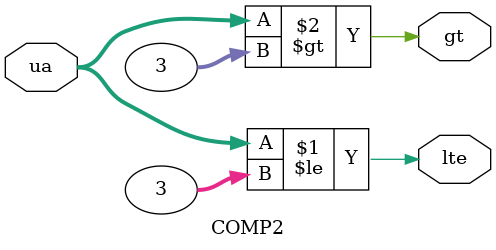
<source format=v>
`timescale 1ns / 1ps
module COMP2(lte,gt,ua);
input [2:0] ua;
output lte,gt;
assign lte = ua <= 3;
assign gt = ua > 3;
endmodule

</source>
